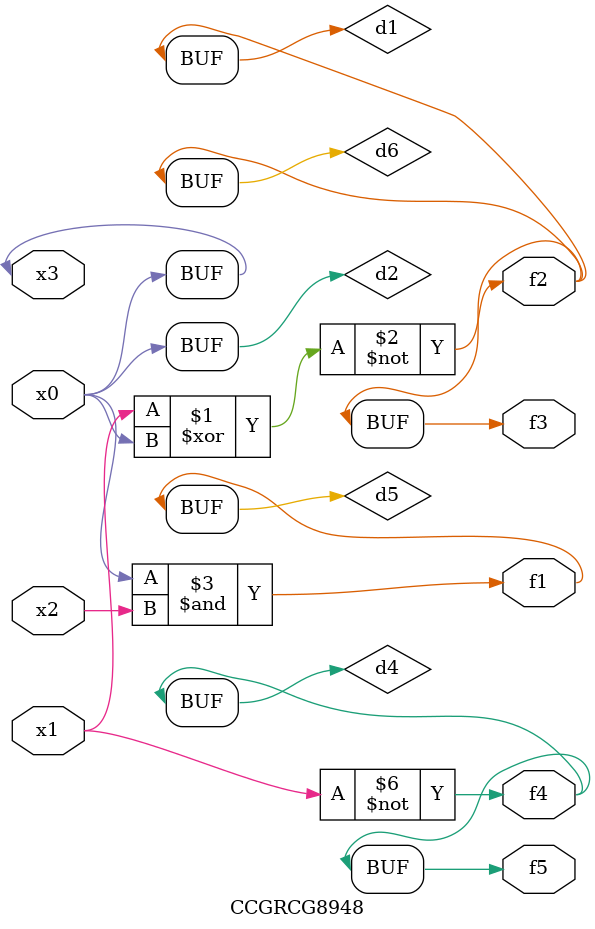
<source format=v>
module CCGRCG8948(
	input x0, x1, x2, x3,
	output f1, f2, f3, f4, f5
);

	wire d1, d2, d3, d4, d5, d6;

	xnor (d1, x1, x3);
	buf (d2, x0, x3);
	nand (d3, x0, x2);
	not (d4, x1);
	nand (d5, d3);
	or (d6, d1);
	assign f1 = d5;
	assign f2 = d6;
	assign f3 = d6;
	assign f4 = d4;
	assign f5 = d4;
endmodule

</source>
